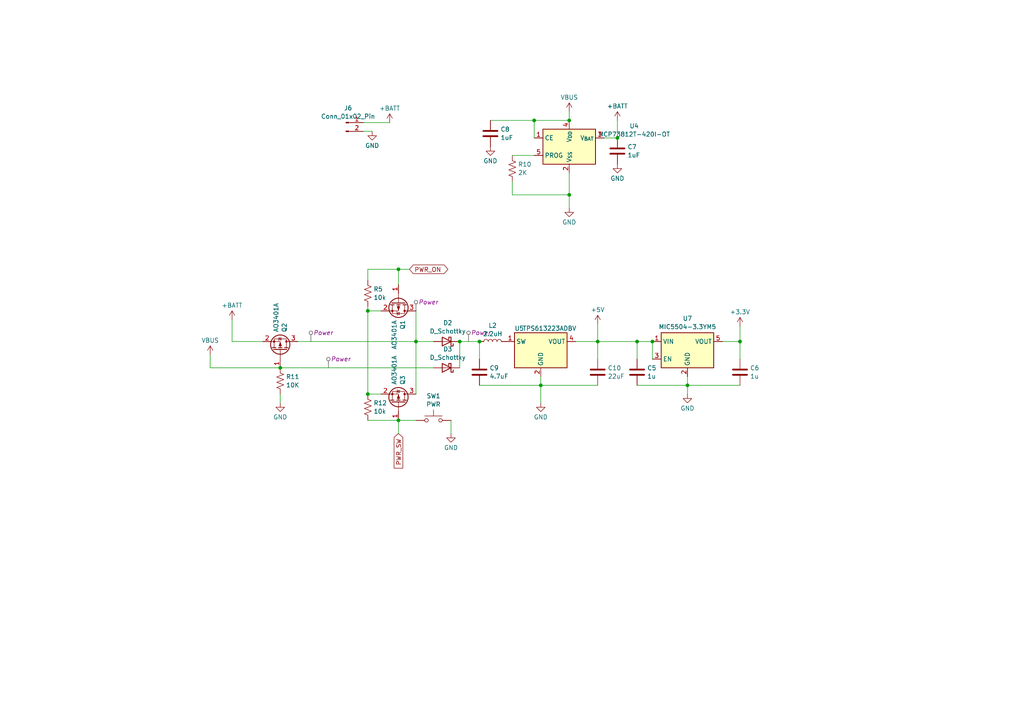
<source format=kicad_sch>
(kicad_sch (version 20230121) (generator eeschema)
  (paper "A4")
  (lib_symbols
    (symbol "Battery_Management:MCP73812T-420I-OT"
      (property "Reference" "U" (at -6.35 6.35 0))
      (property "Value" "MCP73812T-420I-OT" (at 1.27 6.35 0))
      (symbol "MCP73812T-420I-OT_0_1"
        (rectangle (start -7.62 5.08) (end 7.62 -5.08) (stroke (width 0.254)) (fill (type background)))
      )
      (symbol "MCP73812T-420I-OT_1_1"
        (pin input line (at -10.16 2.54 0) (length 2.54) (name "CE") (number "1"))
        (pin power_in line (at 0 -7.62 90) (length 2.54) (name "V_{SS}") (number "2"))
        (pin power_out line (at 10.16 2.54 180) (length 2.54) (name "V_{BAT}") (number "3"))
        (pin power_in line (at 0 7.62 270) (length 2.54) (name "V_{DD}") (number "4"))
        (pin input line (at -10.16 -2.54 0) (length 2.54) (name "PROG") (number "5"))
      )
    )
    (symbol "Connector:Conn_01x02_Pin" (pin_names (offset 1.016) hide)
      (property "Reference" "J" (at 0 2.54 0))
      (property "Value" "Conn_01x02_Pin" (at 0 -5.08 0))
      (symbol "Conn_01x02_Pin_1_1"
        (polyline (pts (xy 1.27 -2.54) (xy 0.8636 -2.54)) (stroke (width 0.1524)))
        (polyline (pts (xy 1.27 0) (xy 0.8636 0)) (stroke (width 0.1524)))
        (rectangle (start 0.8636 -2.413) (end 0 -2.667) (stroke (width 0.1524)) (fill (type outline)))
        (rectangle (start 0.8636 0.127) (end 0 -0.127) (stroke (width 0.1524)) (fill (type outline)))
        (pin passive line (at 5.08 0 180) (length 3.81) (name "Pin_1") (number "1"))
        (pin passive line (at 5.08 -2.54 180) (length 3.81) (name "Pin_2") (number "2"))
      )
    )
    (symbol "Device:C" (pin_numbers hide) (pin_names (offset 0.254))
      (property "Reference" "C" (at 0.635 2.54 0))
      (property "Value" "C" (at 0.635 -2.54 0))
      (symbol "C_0_1"
        (polyline (pts (xy -2.032 -0.762) (xy 2.032 -0.762)) (stroke (width 0.508)))
        (polyline (pts (xy -2.032 0.762) (xy 2.032 0.762)) (stroke (width 0.508)))
      )
      (symbol "C_1_1"
        (pin passive line (at 0 3.81 270) (length 2.794) (name "~") (number "1"))
        (pin passive line (at 0 -3.81 90) (length 2.794) (name "~") (number "2"))
      )
    )
    (symbol "Device:D_Schottky" (pin_numbers hide) (pin_names (offset 1.016) hide)
      (property "Reference" "D" (at 0 2.54 0))
      (property "Value" "D_Schottky" (at 0 -2.54 0))
      (symbol "D_Schottky_0_1"
        (polyline (pts (xy 1.27 0) (xy -1.27 0)))
        (polyline (pts (xy 1.27 1.27) (xy 1.27 -1.27) (xy -1.27 0) (xy 1.27 1.27)) (stroke (width 0.254)))
        (polyline (pts (xy -1.905 0.635) (xy -1.905 1.27) (xy -1.27 1.27) (xy -1.27 -1.27) (xy -0.635 -1.27) (xy -0.635 -0.635)) (stroke (width 0.254)))
      )
      (symbol "D_Schottky_1_1"
        (pin passive line (at -3.81 0 0) (length 2.54) (name "K") (number "1"))
        (pin passive line (at 3.81 0 180) (length 2.54) (name "A") (number "2"))
      )
    )
    (symbol "Device:L" (pin_numbers hide) (pin_names (offset 1.016) hide)
      (property "Reference" "L" (at -1.27 0 90))
      (property "Value" "L" (at 1.905 0 90))
      (symbol "L_0_1"
        (arc (start 0 -2.54) (mid 0.6323 -1.905) (end 0 -1.27))
        (arc (start 0 -1.27) (mid 0.6323 -0.635) (end 0 0))
        (arc (start 0 0) (mid 0.6323 0.635) (end 0 1.27))
        (arc (start 0 1.27) (mid 0.6323 1.905) (end 0 2.54))
      )
      (symbol "L_1_1"
        (pin passive line (at 0 3.81 270) (length 1.27) (name "1") (number "1"))
        (pin passive line (at 0 -3.81 90) (length 1.27) (name "2") (number "2"))
      )
    )
    (symbol "Device:R_US" (pin_numbers hide) (pin_names (offset 0))
      (property "Reference" "R" (at 2.54 0 90))
      (property "Value" "R_US" (at -2.54 0 90))
      (symbol "R_US_0_1"
        (polyline (pts (xy 0 -2.286) (xy 0 -2.54)))
        (polyline (pts (xy 0 2.286) (xy 0 2.54)))
        (polyline (pts (xy 0 -0.762) (xy 1.016 -1.143) (xy 0 -1.524) (xy -1.016 -1.905) (xy 0 -2.286)))
        (polyline (pts (xy 0 0.762) (xy 1.016 0.381) (xy 0 0) (xy -1.016 -0.381) (xy 0 -0.762)))
        (polyline (pts (xy 0 2.286) (xy 1.016 1.905) (xy 0 1.524) (xy -1.016 1.143) (xy 0 0.762)))
      )
      (symbol "R_US_1_1"
        (pin passive line (at 0 3.81 270) (length 1.27) (name "~") (number "1"))
        (pin passive line (at 0 -3.81 90) (length 1.27) (name "~") (number "2"))
      )
    )
    (symbol "Regulator_Linear:MIC5504-3.3YM5"
      (property "Reference" "U" (at -7.62 8.89 0))
      (property "Value" "MIC5504-3.3YM5" (at -7.62 6.35 0))
      (symbol "MIC5504-3.3YM5_0_1"
        (rectangle (start -7.62 -5.08) (end 7.62 5.08) (stroke (width 0.254)) (fill (type background)))
      )
      (symbol "MIC5504-3.3YM5_1_1"
        (pin power_in line (at -10.16 2.54 0) (length 2.54) (name "VIN") (number "1"))
        (pin power_in line (at 0 -7.62 90) (length 2.54) (name "GND") (number "2"))
        (pin input line (at -10.16 -2.54 0) (length 2.54) (name "EN") (number "3"))
        (pin no_connect line (at 7.62 -2.54 180) (length 2.54) hide (name "NC") (number "4"))
        (pin power_out line (at 10.16 2.54 180) (length 2.54) (name "VOUT") (number "5"))
      )
    )
    (symbol "Regulator_Switching:TPS613223ADBV"
      (property "Reference" "U" (at -7.62 6.35 0))
      (property "Value" "TPS613223ADBV" (at 2.54 6.35 0))
      (symbol "TPS613223ADBV_0_1"
        (rectangle (start -7.62 5.08) (end 7.62 -5.08) (stroke (width 0.254)) (fill (type background)))
      )
      (symbol "TPS613223ADBV_1_1"
        (pin power_in line (at -10.16 2.54 0) (length 2.54) (name "SW") (number "1"))
        (pin power_in line (at 0 -7.62 90) (length 2.54) (name "GND") (number "2"))
        (pin no_connect line (at -7.62 -2.54 0) (length 2.54) hide (name "NC") (number "3"))
        (pin power_out line (at 10.16 2.54 180) (length 2.54) (name "VOUT") (number "4"))
        (pin no_connect line (at 7.62 -2.54 180) (length 2.54) hide (name "NC") (number "5"))
      )
    )
    (symbol "Switch:SW_Push" (pin_numbers hide) (pin_names (offset 1.016) hide)
      (property "Reference" "SW" (at 1.27 2.54 0))
      (property "Value" "SW_Push" (at 0 -1.524 0))
      (symbol "SW_Push_0_1"
        (circle (center -2.032 0) (radius 0.508))
        (polyline (pts (xy 0 1.27) (xy 0 3.048)))
        (polyline (pts (xy 2.54 1.27) (xy -2.54 1.27)))
        (circle (center 2.032 0) (radius 0.508))
        (pin passive line (at -5.08 0 0) (length 2.54) (name "1") (number "1"))
        (pin passive line (at 5.08 0 180) (length 2.54) (name "2") (number "2"))
      )
    )
    (symbol "Transistor_FET:AO3401A" (pin_names hide)
      (property "Reference" "Q" (at 5.08 1.905 0))
      (property "Value" "AO3401A" (at 5.08 0 0))
      (symbol "AO3401A_0_1"
        (polyline (pts (xy 0.254 0) (xy -2.54 0)))
        (polyline (pts (xy 0.254 1.905) (xy 0.254 -1.905)) (stroke (width 0.254)))
        (polyline (pts (xy 0.762 -1.27) (xy 0.762 -2.286)) (stroke (width 0.254)))
        (polyline (pts (xy 0.762 0.508) (xy 0.762 -0.508)) (stroke (width 0.254)))
        (polyline (pts (xy 0.762 2.286) (xy 0.762 1.27)) (stroke (width 0.254)))
        (polyline (pts (xy 2.54 2.54) (xy 2.54 1.778)))
        (polyline (pts (xy 2.54 -2.54) (xy 2.54 0) (xy 0.762 0)))
        (polyline (pts (xy 0.762 1.778) (xy 3.302 1.778) (xy 3.302 -1.778) (xy 0.762 -1.778)))
        (polyline (pts (xy 2.286 0) (xy 1.27 0.381) (xy 1.27 -0.381) (xy 2.286 0)) (fill (type outline)))
        (polyline (pts (xy 2.794 -0.508) (xy 2.921 -0.381) (xy 3.683 -0.381) (xy 3.81 -0.254)))
        (polyline (pts (xy 3.302 -0.381) (xy 2.921 0.254) (xy 3.683 0.254) (xy 3.302 -0.381)))
        (circle (center 1.651 0) (radius 2.794) (stroke (width 0.254)))
        (circle (center 2.54 -1.778) (radius 0.254) (fill (type outline)))
        (circle (center 2.54 1.778) (radius 0.254) (fill (type outline)))
      )
      (symbol "AO3401A_1_1"
        (pin input line (at -5.08 0 0) (length 2.54) (name "G") (number "1"))
        (pin passive line (at 2.54 -5.08 90) (length 2.54) (name "S") (number "2"))
        (pin passive line (at 2.54 5.08 270) (length 2.54) (name "D") (number "3"))
      )
    )
    (symbol "power:+3.3V" (power) (pin_names (offset 0))
      (property "Value" "+3.3V" (at 0 3.556 0))
      (symbol "+3.3V_0_1"
        (polyline (pts (xy -0.762 1.27) (xy 0 2.54)))
        (polyline (pts (xy 0 0) (xy 0 2.54)))
        (polyline (pts (xy 0 2.54) (xy 0.762 1.27)))
      )
      (symbol "+3.3V_1_1"
        (pin power_in line (at 0 0 90) (length 0) hide (name "+3.3V") (number "1"))
      )
    )
    (symbol "power:+5V" (power) (pin_names (offset 0))
      (property "Value" "+5V" (at 0 3.556 0))
      (symbol "+5V_0_1"
        (polyline (pts (xy -0.762 1.27) (xy 0 2.54)))
        (polyline (pts (xy 0 0) (xy 0 2.54)))
        (polyline (pts (xy 0 2.54) (xy 0.762 1.27)))
      )
      (symbol "+5V_1_1"
        (pin power_in line (at 0 0 90) (length 0) hide (name "+5V") (number "1"))
      )
    )
    (symbol "power:+BATT" (power) (pin_names (offset 0))
      (property "Value" "+BATT" (at 0 3.556 0))
      (symbol "+BATT_0_1"
        (polyline (pts (xy -0.762 1.27) (xy 0 2.54)))
        (polyline (pts (xy 0 0) (xy 0 2.54)))
        (polyline (pts (xy 0 2.54) (xy 0.762 1.27)))
      )
      (symbol "+BATT_1_1"
        (pin power_in line (at 0 0 90) (length 0) hide (name "+BATT") (number "1"))
      )
    )
    (symbol "power:GND" (power) (pin_names (offset 0))
      (property "Value" "GND" (at 0 -3.81 0))
      (symbol "GND_0_1"
        (polyline (pts (xy 0 0) (xy 0 -1.27) (xy 1.27 -1.27) (xy 0 -2.54) (xy -1.27 -1.27) (xy 0 -1.27)))
      )
      (symbol "GND_1_1"
        (pin power_in line (at 0 0 270) (length 0) hide (name "GND") (number "1"))
      )
    )
    (symbol "power:VBUS" (power) (pin_names (offset 0))
      (property "Value" "VBUS" (at 0 3.81 0))
      (symbol "VBUS_0_1"
        (polyline (pts (xy -0.762 1.27) (xy 0 2.54)))
        (polyline (pts (xy 0 0) (xy 0 2.54)))
        (polyline (pts (xy 0 2.54) (xy 0.762 1.27)))
      )
      (symbol "VBUS_1_1"
        (pin power_in line (at 0 0 90) (length 0) hide (name "VBUS") (number "1"))
      )
    )
  )
  (junction (at 184.785 99.06))
  (junction (at 156.845 111.76))
  (junction (at 165.1 56.515))
  (junction (at 81.28 106.68))
  (junction (at 120.65 99.06))
  (junction (at 139.065 99.06))
  (junction (at 154.94 34.925))
  (junction (at 106.68 90.17))
  (junction (at 179.07 40.005))
  (junction (at 199.39 111.76))
  (junction (at 106.68 114.3))
  (junction (at 165.1 34.925))
  (junction (at 133.35 99.06))
  (junction (at 115.57 78.105))
  (junction (at 115.57 121.92))
  (junction (at 173.355 99.06))
  (junction (at 189.23 99.06))
  (junction (at 214.63 99.06))
  (wire (pts (xy 120.65 99.06) (xy 120.65 114.3)))
  (wire (pts (xy 156.845 111.76) (xy 156.845 109.22)))
  (wire (pts (xy 106.68 90.17) (xy 106.68 88.9)))
  (wire (pts (xy 60.96 106.68) (xy 60.96 102.87)))
  (wire (pts (xy 115.57 121.92) (xy 120.65 121.92)))
  (wire (pts (xy 130.81 121.92) (xy 130.81 125.73)))
  (wire (pts (xy 154.94 34.925) (xy 165.1 34.925)))
  (wire (pts (xy 81.28 106.68) (xy 125.73 106.68)))
  (wire (pts (xy 154.94 40.005) (xy 154.94 34.925)))
  (wire (pts (xy 67.31 92.71) (xy 67.31 99.06)))
  (wire (pts (xy 106.68 90.17) (xy 106.68 114.3)))
  (wire (pts (xy 148.59 45.085) (xy 154.94 45.085)))
  (wire (pts (xy 165.1 56.515) (xy 165.1 60.325)))
  (wire (pts (xy 173.355 93.98) (xy 173.355 99.06)))
  (wire (pts (xy 184.785 99.06) (xy 184.785 104.14)))
  (wire (pts (xy 133.35 106.68) (xy 133.35 99.06)))
  (wire (pts (xy 106.68 121.92) (xy 115.57 121.92)))
  (wire (pts (xy 165.1 56.515) (xy 165.1 50.165)))
  (wire (pts (xy 189.23 99.06) (xy 189.23 104.14)))
  (wire (pts (xy 173.355 99.06) (xy 173.355 104.14)))
  (wire (pts (xy 67.31 99.06) (xy 76.2 99.06)))
  (wire (pts (xy 105.41 38.1) (xy 107.95 38.1)))
  (wire (pts (xy 139.065 111.76) (xy 156.845 111.76)))
  (wire (pts (xy 179.07 34.925) (xy 179.07 40.005)))
  (wire (pts (xy 184.785 99.06) (xy 189.23 99.06)))
  (wire (pts (xy 214.63 99.06) (xy 209.55 99.06)))
  (wire (pts (xy 133.35 99.06) (xy 139.065 99.06)))
  (wire (pts (xy 106.68 81.28) (xy 106.68 78.105)))
  (wire (pts (xy 148.59 52.705) (xy 148.59 56.515)))
  (wire (pts (xy 115.57 78.105) (xy 118.745 78.105)))
  (wire (pts (xy 81.28 114.3) (xy 81.28 116.84)))
  (wire (pts (xy 120.65 90.17) (xy 120.65 99.06)))
  (wire (pts (xy 142.24 34.925) (xy 154.94 34.925)))
  (wire (pts (xy 156.845 111.76) (xy 173.355 111.76)))
  (wire (pts (xy 115.57 78.105) (xy 115.57 82.55)))
  (wire (pts (xy 106.68 114.3) (xy 110.49 114.3)))
  (wire (pts (xy 139.065 99.06) (xy 139.065 104.14)))
  (wire (pts (xy 156.845 111.76) (xy 156.845 116.84)))
  (wire (pts (xy 199.39 111.76) (xy 214.63 111.76)))
  (wire (pts (xy 173.355 99.06) (xy 184.785 99.06)))
  (wire (pts (xy 175.26 40.005) (xy 179.07 40.005)))
  (wire (pts (xy 148.59 56.515) (xy 165.1 56.515)))
  (wire (pts (xy 167.005 99.06) (xy 173.355 99.06)))
  (wire (pts (xy 199.39 111.76) (xy 199.39 109.22)))
  (wire (pts (xy 184.785 111.76) (xy 199.39 111.76)))
  (wire (pts (xy 165.1 32.385) (xy 165.1 34.925)))
  (wire (pts (xy 199.39 111.76) (xy 199.39 114.3)))
  (wire (pts (xy 110.49 90.17) (xy 106.68 90.17)))
  (wire (pts (xy 214.63 94.615) (xy 214.63 99.06)))
  (wire (pts (xy 214.63 104.14) (xy 214.63 99.06)))
  (wire (pts (xy 86.36 99.06) (xy 120.65 99.06)))
  (wire (pts (xy 120.65 99.06) (xy 125.73 99.06)))
  (wire (pts (xy 105.41 35.56) (xy 113.03 35.56)))
  (wire (pts (xy 106.68 78.105) (xy 115.57 78.105)))
  (wire (pts (xy 81.28 106.68) (xy 60.96 106.68)))
  (wire (pts (xy 115.57 121.92) (xy 115.57 125.73)))
  (global_label "PWR_SW" (shape input) (at 115.57 125.73 270) (property "Intersheetrefs" "${INTERSHEET_REFS}" (effects hide)))
  (global_label "PWR_ON" (shape tri_state) (at 118.745 78.105 0) (property "Intersheetrefs" "${INTERSHEET_REFS}" (effects hide)))
  (netclass_flag "" (length 2.54) (shape round) (at 95.25 106.68 0) (property "Netclass" "Power" (at 95.9485 104.14 0) (effects (font italic) (justify left))))
  (netclass_flag "" (length 2.54) (shape round) (at 135.89 99.06 0) (property "Netclass" "Power" (at 136.5885 96.52 0) (effects (font italic) (justify left))))
  (netclass_flag "" (length 2.54) (shape round) (at 90.17 99.06 0) (property "Netclass" "Power" (at 90.8685 96.52 0) (effects (font italic) (justify left))))
  (netclass_flag "" (length 2.54) (shape round) (at 120.65 90.17 0) (property "Netclass" "Power" (at 121.3485 87.63 0) (effects (font italic) (justify left))))
  (symbol (lib_id "power:GND") (at 199.39 114.3 0) (unit 1)
    (property "Reference" "#PWR021" (effects hide))
    (property "Value" "GND" (at 199.39 118.4331 0))
  )
  (symbol (lib_id "power:GND") (at 107.95 38.1 0) (unit 1)
    (property "Reference" "#PWR018" (effects hide))
    (property "Value" "GND" (at 107.95 42.2331 0))
  )
  (symbol (lib_id "Regulator_Switching:TPS613223ADBV") (at 156.845 101.6 0) (unit 1)
    (property "Reference" "U5" (at 149.225 95.25 0) (effects (justify left)))
    (property "Value" "TPS613223ADBV" (at 159.385 95.25 0))
    (property "Footprint" "Package_TO_SOT_SMD:SOT-23-5" (effects hide))
    (property "Datasheet" "http://www.ti.com/lit/ds/symlink/tps61322.pdf" (effects hide))
  )
  (symbol (lib_id "power:+3.3V") (at 214.63 94.615 0) (unit 1)
    (property "Reference" "#PWR030" (effects hide))
    (property "Value" "+3.3V" (at 214.63 90.4819 0))
    (instances (project "Controller Interface" (path "" (reference "#PWR030") (unit 1)) (path "" (reference "#PWR042") (unit 1))))
  )
  (symbol (lib_id "Device:R_US") (at 106.68 118.11 0) (unit 1)
    (property "Reference" "R12" (at 108.331 116.8979 0) (effects (justify left)))
    (property "Value" "10k" (at 108.331 119.3221 0) (effects (justify left)))
    (property "Footprint" "Resistor_SMD:R_0805_2012Metric" (effects hide))
  )
  (symbol (lib_id "power:GND") (at 156.845 116.84 0) (unit 1)
    (property "Reference" "#PWR043" (effects hide))
    (property "Value" "GND" (at 156.845 120.9731 0))
  )
  (symbol (lib_id "power:+5V") (at 173.355 93.98 0) (unit 1)
    (property "Reference" "#PWR041" (effects hide))
    (property "Value" "+5V" (at 173.355 89.8469 0))
  )
  (symbol (lib_id "power:VBUS") (at 165.1 32.385 0) (unit 1)
    (property "Reference" "#PWR036" (effects hide))
    (property "Value" "VBUS" (at 165.1 28.2519 0))
  )
  (symbol (lib_id "Regulator_Linear:MIC5504-3.3YM5") (at 199.39 101.6 0) (unit 1)
    (property "Reference" "U7" (at 199.39 92.3757 0))
    (property "Value" "MIC5504-3.3YM5" (at 199.39 94.7999 0))
    (property "Footprint" "Package_TO_SOT_SMD:SOT-23-5" (effects hide))
    (property "Datasheet" "http://ww1.microchip.com/downloads/en/DeviceDoc/MIC550X.pdf" (effects hide))
  )
  (symbol (lib_id "Device:R_US") (at 106.68 85.09 0) (unit 1)
    (property "Reference" "R5" (at 108.331 83.8779 0) (effects (justify left)))
    (property "Value" "10k" (at 108.331 86.3021 0) (effects (justify left)))
    (property "Footprint" "Resistor_SMD:R_0805_2012Metric" (effects hide))
  )
  (symbol (lib_id "Device:L") (at 142.875 99.06 90) (unit 1)
    (property "Reference" "L2" (at 142.875 94.4104 90))
    (property "Value" "2.2uH" (at 142.875 96.8346 90))
    (property "Footprint" "Inductor_SMD:L_0805_2012Metric" (effects hide))
  )
  (symbol (lib_id "power:GND") (at 81.28 116.84 0) (unit 1)
    (property "Reference" "#PWR040" (effects hide))
    (property "Value" "GND" (at 81.28 120.9731 0))
  )
  (symbol (lib_id "Transistor_FET:AO3401A") (at 115.57 87.63 270) (unit 1)
    (property "Reference" "Q1" (at 116.7821 92.837 0) (effects (justify left)))
    (property "Value" "AO3401A" (at 114.3579 92.837 0) (effects (justify left)))
    (property "Footprint" "Package_TO_SOT_SMD:SOT-23" (effects hide))
    (property "Datasheet" "http://www.aosmd.com/pdfs/datasheet/AO3401A.pdf" (effects hide))
  )
  (symbol (lib_id "Device:D_Schottky") (at 129.54 106.68 180) (unit 1)
    (property "Reference" "D3" (at 129.8575 101.2657 0))
    (property "Value" "D_Schottky" (at 129.8575 103.6899 0))
    (property "Footprint" "Diode_SMD:D_0805_2012Metric" (effects hide))
  )
  (symbol (lib_id "Device:C") (at 139.065 107.95 0) (unit 1)
    (property "Reference" "C9" (at 141.986 106.7379 0) (effects (justify left)))
    (property "Value" "4.7uF" (at 141.986 109.1621 0) (effects (justify left)))
    (property "Footprint" "Capacitor_SMD:C_0805_2012Metric" (effects hide))
  )
  (symbol (lib_id "Device:R_US") (at 81.28 110.49 180) (unit 1)
    (property "Reference" "R11" (at 82.931 109.2779 0) (effects (justify right)))
    (property "Value" "10K" (at 82.931 111.7021 0) (effects (justify right)))
    (property "Footprint" "Resistor_SMD:R_0805_2012Metric" (effects hide))
  )
  (symbol (lib_id "Device:C") (at 142.24 38.735 0) (unit 1)
    (property "Reference" "C8" (at 145.161 37.5229 0) (effects (justify left)))
    (property "Value" "1uF" (at 145.161 39.9471 0) (effects (justify left)))
    (property "Footprint" "Capacitor_SMD:C_0805_2012Metric" (effects hide))
  )
  (symbol (lib_id "power:+BATT") (at 179.07 34.925 0) (unit 1)
    (property "Reference" "#PWR039" (effects hide))
    (property "Value" "+BATT" (at 179.07 30.7919 0))
  )
  (symbol (lib_id "Device:C") (at 214.63 107.95 0) (unit 1)
    (property "Reference" "C6" (at 217.551 106.7379 0) (effects (justify left)))
    (property "Value" "1u" (at 217.551 109.1621 0) (effects (justify left)))
    (property "Footprint" "Capacitor_SMD:C_0805_2012Metric" (effects hide))
  )
  (symbol (lib_id "Connector:Conn_01x02_Pin") (at 100.33 35.56 0) (unit 1)
    (property "Reference" "J6" (at 100.965 31.3395 0))
    (property "Value" "Conn_01x02_Pin" (at 100.965 33.7637 0))
    (property "Footprint" "Connector_JST:JST_PH_S2B-PH-SM4-TB_1x02-1MP_P2.00mm_Horizontal" (effects hide))
  )
  (symbol (lib_id "Device:C") (at 184.785 107.95 0) (unit 1)
    (property "Reference" "C5" (at 187.706 106.7379 0) (effects (justify left)))
    (property "Value" "1u" (at 187.706 109.1621 0) (effects (justify left)))
    (property "Footprint" "Capacitor_SMD:C_0805_2012Metric" (effects hide))
  )
  (symbol (lib_id "Device:C") (at 173.355 107.95 0) (unit 1)
    (property "Reference" "C10" (at 176.276 106.7379 0) (effects (justify left)))
    (property "Value" "22uF" (at 176.276 109.1621 0) (effects (justify left)))
    (property "Footprint" "Capacitor_SMD:C_0805_2012Metric" (effects hide))
  )
  (symbol (lib_id "Device:R_US") (at 148.59 48.895 0) (unit 1)
    (property "Reference" "R10" (at 150.241 47.6829 0) (effects (justify left)))
    (property "Value" "2K" (at 150.241 50.1071 0) (effects (justify left)))
    (property "Footprint" "Resistor_SMD:R_0805_2012Metric" (effects hide))
  )
  (symbol (lib_id "power:+BATT") (at 67.31 92.71 0) (unit 1)
    (property "Reference" "#PWR022" (effects hide))
    (property "Value" "+BATT" (at 67.31 88.5769 0))
  )
  (symbol (lib_id "power:GND") (at 130.81 125.73 0) (unit 1)
    (property "Reference" "#PWR019" (effects hide))
    (property "Value" "GND" (at 130.81 129.8631 0))
  )
  (symbol (lib_id "power:GND") (at 179.07 47.625 0) (unit 1)
    (property "Reference" "#PWR038" (effects hide))
    (property "Value" "GND" (at 179.07 51.7581 0))
  )
  (symbol (lib_id "Transistor_FET:AO3401A") (at 115.57 116.84 270) (mirror x) (unit 1)
    (property "Reference" "Q3" (at 116.7821 111.633 0) (effects (justify left)))
    (property "Value" "AO3401A" (at 114.3579 111.633 0) (effects (justify left)))
    (property "Footprint" "Package_TO_SOT_SMD:SOT-23" (effects hide))
    (property "Datasheet" "http://www.aosmd.com/pdfs/datasheet/AO3401A.pdf" (effects hide))
  )
  (symbol (lib_id "Switch:SW_Push") (at 125.73 121.92 0) (unit 1)
    (property "Reference" "SW1" (at 125.73 114.8547 0))
    (property "Value" "PWR" (at 125.73 117.2789 0))
    (property "Footprint" "Button_Switch_SMD:Panasonic_EVQPUK_EVQPUB" (effects hide))
  )
  (symbol (lib_id "Transistor_FET:AO3401A") (at 81.28 101.6 270) (mirror x) (unit 1)
    (property "Reference" "Q2" (at 82.4921 96.393 0) (effects (justify left)))
    (property "Value" "AO3401A" (at 80.0679 96.393 0) (effects (justify left)))
    (property "Footprint" "Package_TO_SOT_SMD:SOT-23" (effects hide))
    (property "Datasheet" "http://www.aosmd.com/pdfs/datasheet/AO3401A.pdf" (effects hide))
  )
  (symbol (lib_id "power:GND") (at 165.1 60.325 0) (unit 1)
    (property "Reference" "#PWR034" (effects hide))
    (property "Value" "GND" (at 165.1 64.4581 0))
  )
  (symbol (lib_id "power:GND") (at 142.24 42.545 0) (unit 1)
    (property "Reference" "#PWR037" (effects hide))
    (property "Value" "GND" (at 142.24 46.6781 0))
  )
  (symbol (lib_id "Battery_Management:MCP73812T-420I-OT") (at 165.1 42.545 0) (unit 1)
    (property "Reference" "U4" (at 183.9345 36.5308 0))
    (property "Value" "MCP73812T-420I-OT" (at 183.9345 38.955 0))
    (property "Footprint" "Package_TO_SOT_SMD:SOT-23-5" (effects hide))
    (property "Datasheet" "http://ww1.microchip.com/downloads/en/DeviceDoc/22036b.pdf" (effects hide))
  )
  (symbol (lib_id "power:VBUS") (at 60.96 102.87 0) (unit 1)
    (property "Reference" "#PWR035" (effects hide))
    (property "Value" "VBUS" (at 60.96 98.7369 0))
  )
  (symbol (lib_id "Device:C") (at 179.07 43.815 0) (unit 1)
    (property "Reference" "C7" (at 181.991 42.6029 0) (effects (justify left)))
    (property "Value" "1uF" (at 181.991 45.0271 0) (effects (justify left)))
    (property "Footprint" "Capacitor_SMD:C_0805_2012Metric" (effects hide))
  )
  (symbol (lib_id "Device:D_Schottky") (at 129.54 99.06 180) (unit 1)
    (property "Reference" "D2" (at 129.8575 93.6457 0))
    (property "Value" "D_Schottky" (at 129.8575 96.0699 0))
    (property "Footprint" "Diode_SMD:D_0805_2012Metric" (effects hide))
  )
  (symbol (lib_id "power:+BATT") (at 113.03 35.56 0) (unit 1)
    (property "Reference" "#PWR017" (effects hide))
    (property "Value" "+BATT" (at 113.03 31.4269 0))
  )
)
</source>
